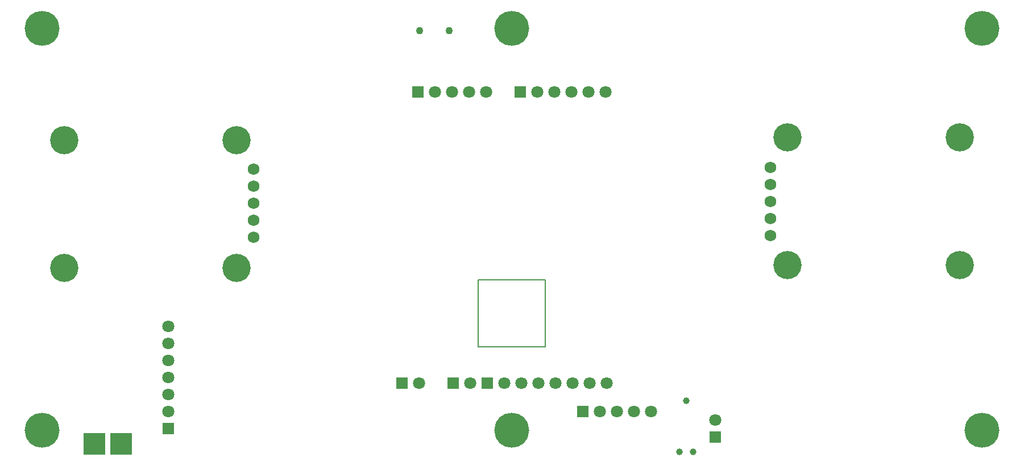
<source format=gbs>
G04*
G04 #@! TF.GenerationSoftware,Altium Limited,Altium NEXUS,2.1.9 (83)*
G04*
G04 Layer_Color=16711935*
%FSLAX44Y44*%
%MOMM*%
G71*
G01*
G75*
%ADD11C,0.2000*%
%ADD67R,3.2032X3.2032*%
%ADD74C,1.8032*%
%ADD75R,1.8032X1.8032*%
%ADD76C,4.2032*%
%ADD77C,1.7272*%
%ADD78R,1.8032X1.8032*%
%ADD79C,1.0000*%
%ADD80C,5.2032*%
%ADD81C,1.1032*%
D11*
X700000Y175000D02*
X800000D01*
Y275000D01*
X700000D02*
X800000D01*
X700000Y175000D02*
Y275000D01*
D67*
X168000Y30000D02*
D03*
X128000D02*
D03*
D74*
X956800Y78000D02*
D03*
X931400D02*
D03*
X906000D02*
D03*
X880600D02*
D03*
X889730Y555340D02*
D03*
X864330D02*
D03*
X838930D02*
D03*
X813530D02*
D03*
X788130D02*
D03*
X711930Y555000D02*
D03*
X686530D02*
D03*
X661130D02*
D03*
X635730D02*
D03*
X611600Y121000D02*
D03*
X738600D02*
D03*
X764000D02*
D03*
X789400D02*
D03*
X814800D02*
D03*
X840200D02*
D03*
X865600D02*
D03*
X891000D02*
D03*
X687802Y120998D02*
D03*
X238000Y78200D02*
D03*
Y103600D02*
D03*
Y129000D02*
D03*
Y154400D02*
D03*
Y179800D02*
D03*
Y205200D02*
D03*
X1053000Y65400D02*
D03*
D75*
X855200Y78000D02*
D03*
X762730Y555340D02*
D03*
X610330Y555000D02*
D03*
X586200Y121000D02*
D03*
X713200D02*
D03*
X662400D02*
D03*
D76*
X1416926Y297080D02*
D03*
Y487080D02*
D03*
X1159926D02*
D03*
Y297080D02*
D03*
X83074Y482920D02*
D03*
Y292920D02*
D03*
X340074D02*
D03*
Y482920D02*
D03*
D77*
X1134926Y340480D02*
D03*
Y365880D02*
D03*
Y391280D02*
D03*
Y416680D02*
D03*
Y442080D02*
D03*
X365074Y439520D02*
D03*
Y414120D02*
D03*
Y388720D02*
D03*
Y363320D02*
D03*
Y337920D02*
D03*
D78*
X238000Y52800D02*
D03*
X1053000Y40000D02*
D03*
D79*
X1019800Y18600D02*
D03*
X1009650Y94800D02*
D03*
X999500Y18600D02*
D03*
D80*
X750000Y650000D02*
D03*
Y50000D02*
D03*
X1450000Y650000D02*
D03*
Y50000D02*
D03*
X50000D02*
D03*
Y650000D02*
D03*
D81*
X656797Y646400D02*
D03*
X612798D02*
D03*
M02*

</source>
